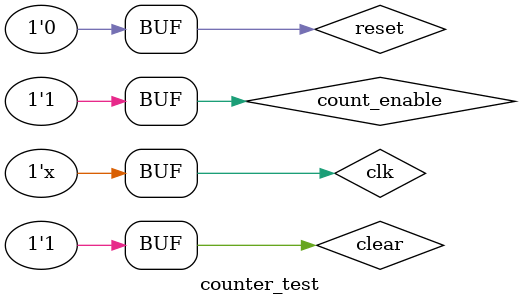
<source format=sv>
`timescale 1ns / 1ps


module counter_test();

  localparam  MEMORY_DEPTH = 8;
  localparam  ADDRESS_WIDTH = $clog2(MEMORY_DEPTH);
  logic clk, reset, count_enable, clear, max_address,over_address;
  logic [ADDRESS_WIDTH-1:0] read_address;

  address_counter #(
      .MEMORY_DEPTH(MEMORY_DEPTH),
      .ADDRESS_WIDTH(ADDRESS_WIDTH)
      )
      READ_ADDRESS
      (
      .clk(clk),
      .reset(reset),
      .enable(count_enable),
      .clear(clear),
      .address(read_address),
      .max_address(max_address),
      .over_address(over_address)
      );

  always #5 clk=~clk;
  initial begin
    clk = 1'b0;
    reset = 1'b1;
    count_enable = 1'b0;
    clear = 1'b0;
    #10 reset = 1'b0;
    #20 count_enable = 1'b1;
    #100 clear = 1'b1;
  end
endmodule

</source>
